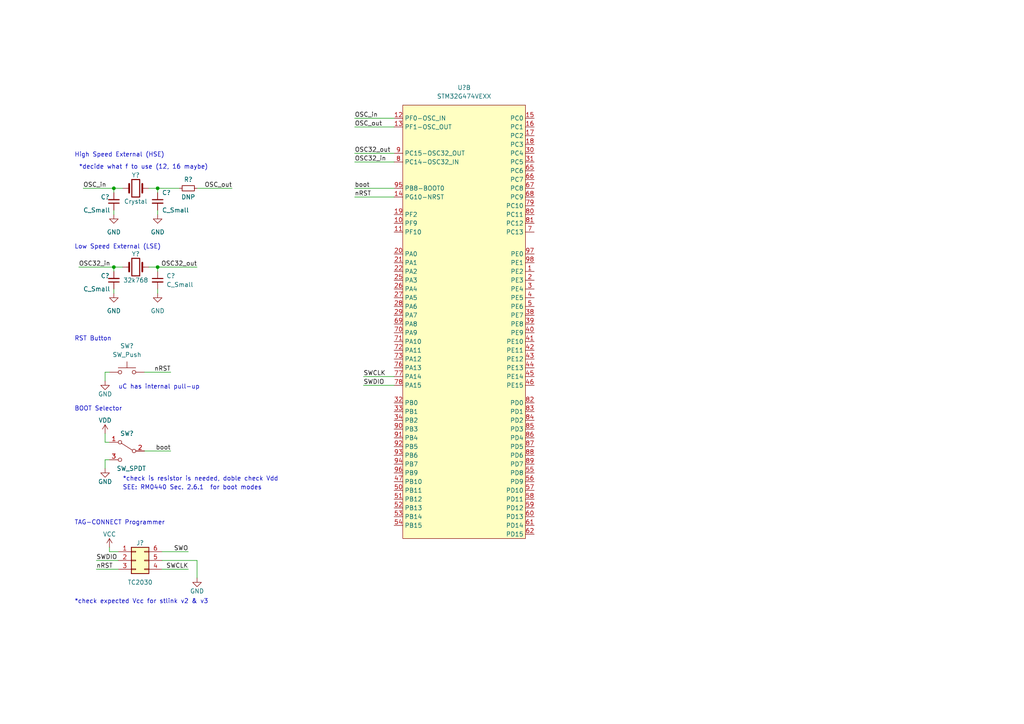
<source format=kicad_sch>
(kicad_sch (version 20211123) (generator eeschema)
  (paper "A4")
  (lib_symbols
    (symbol "Connector_Generic:Conn_02x03_Counter_Clockwise" (pin_names (offset 1.016) hide)
      (property "Reference" "J" (at 1.27 5.08 0))
      (property "Value" "Conn_02x03_Counter_Clockwise" (at 1.27 -5.08 0))
      (symbol "Conn_02x03_Counter_Clockwise_1_1"
        (rectangle (start -1.27 -2.413) (end 0 -2.667) (stroke (width 0.1524)))
        (rectangle (start -1.27 0.127) (end 0 -0.127) (stroke (width 0.1524)))
        (rectangle (start -1.27 2.667) (end 0 2.413) (stroke (width 0.1524)))
        (rectangle (start -1.27 3.81) (end 3.81 -3.81) (stroke (width 0.254)) (fill (type background)))
        (rectangle (start 3.81 -2.413) (end 2.54 -2.667) (stroke (width 0.1524)))
        (rectangle (start 3.81 0.127) (end 2.54 -0.127) (stroke (width 0.1524)))
        (rectangle (start 3.81 2.667) (end 2.54 2.413) (stroke (width 0.1524)))
        (pin passive line (at -5.08 2.54 0) (length 3.81) (name "Pin_1") (number "1"))
        (pin passive line (at -5.08 0 0) (length 3.81) (name "Pin_2") (number "2"))
        (pin passive line (at -5.08 -2.54 0) (length 3.81) (name "Pin_3") (number "3"))
        (pin passive line (at 7.62 -2.54 180) (length 3.81) (name "Pin_4") (number "4"))
        (pin passive line (at 7.62 0 180) (length 3.81) (name "Pin_5") (number "5"))
        (pin passive line (at 7.62 2.54 180) (length 3.81) (name "Pin_6") (number "6"))
      )
    )
    (symbol "Device:C_Small" (pin_numbers hide) (pin_names (offset 0.254) hide)
      (property "Reference" "C" (at 0.254 1.778 0))
      (property "Value" "C_Small" (at 0.254 -2.032 0))
      (symbol "C_Small_0_1"
        (polyline (pts (xy -1.524 -0.508) (xy 1.524 -0.508)) (stroke (width 0.3302)))
        (polyline (pts (xy -1.524 0.508) (xy 1.524 0.508)) (stroke (width 0.3048)))
      )
      (symbol "C_Small_1_1"
        (pin passive line (at 0 2.54 270) (length 2.032) (name "~") (number "1"))
        (pin passive line (at 0 -2.54 90) (length 2.032) (name "~") (number "2"))
      )
    )
    (symbol "Device:Crystal" (pin_numbers hide) (pin_names (offset 1.016) hide)
      (property "Reference" "Y" (at 0 3.81 0))
      (property "Value" "Crystal" (at 0 -3.81 0))
      (symbol "Crystal_0_1"
        (rectangle (start -1.143 2.54) (end 1.143 -2.54) (stroke (width 0.3048)))
        (polyline (pts (xy -2.54 0) (xy -1.905 0)))
        (polyline (pts (xy -1.905 -1.27) (xy -1.905 1.27)) (stroke (width 0.508)))
        (polyline (pts (xy 1.905 -1.27) (xy 1.905 1.27)) (stroke (width 0.508)))
        (polyline (pts (xy 2.54 0) (xy 1.905 0)))
      )
      (symbol "Crystal_1_1"
        (pin passive line (at -3.81 0 0) (length 1.27) (name "1") (number "1"))
        (pin passive line (at 3.81 0 180) (length 1.27) (name "2") (number "2"))
      )
    )
    (symbol "Device:R_Small" (pin_numbers hide) (pin_names (offset 0.254) hide)
      (property "Reference" "R" (at 0.762 0.508 0))
      (property "Value" "R_Small" (at 0.762 -1.016 0))
      (symbol "R_Small_0_1"
        (rectangle (start -0.762 1.778) (end 0.762 -1.778) (stroke (width 0.2032)))
      )
      (symbol "R_Small_1_1"
        (pin passive line (at 0 2.54 270) (length 0.762) (name "~") (number "1"))
        (pin passive line (at 0 -2.54 90) (length 0.762) (name "~") (number "2"))
      )
    )
    (symbol "Switch:SW_Push" (pin_numbers hide) (pin_names (offset 1.016) hide)
      (property "Reference" "SW" (at 1.27 2.54 0))
      (property "Value" "SW_Push" (at 0 -1.524 0))
      (symbol "SW_Push_0_1"
        (circle (center -2.032 0) (radius 0.508))
        (polyline (pts (xy 0 1.27) (xy 0 3.048)))
        (polyline (pts (xy 2.54 1.27) (xy -2.54 1.27)))
        (circle (center 2.032 0) (radius 0.508))
        (pin passive line (at -5.08 0 0) (length 2.54) (name "1") (number "1"))
        (pin passive line (at 5.08 0 180) (length 2.54) (name "2") (number "2"))
      )
    )
    (symbol "Switch:SW_SPDT" (pin_names (offset 0) hide)
      (property "Reference" "SW" (at 0 4.318 0))
      (property "Value" "SW_SPDT" (at 0 -5.08 0))
      (symbol "SW_SPDT_0_0"
        (circle (center -2.032 0) (radius 0.508))
        (circle (center 2.032 -2.54) (radius 0.508))
      )
      (symbol "SW_SPDT_0_1"
        (polyline (pts (xy -1.524 0.254) (xy 1.651 2.286)))
        (circle (center 2.032 2.54) (radius 0.508))
      )
      (symbol "SW_SPDT_1_1"
        (pin passive line (at 5.08 2.54 180) (length 2.54) (name "A") (number "1"))
        (pin passive line (at -5.08 0 0) (length 2.54) (name "B") (number "2"))
        (pin passive line (at 5.08 -2.54 180) (length 2.54) (name "C") (number "3"))
      )
    )
    (symbol "additional_lib:STM32G474VEXX"
      (property "Reference" "U" (at 0 64.77 0))
      (property "Value" "STM32G474VEXX" (at 0 -64.77 0))
      (symbol "STM32G474VEXX_1_1"
        (rectangle (start -6.35 15.24) (end 5.08 -13.97) (fill (type background)))
        (pin power_in line (at -8.89 -12.7 0) (length 2.54) (name "V_{DD}") (number "100"))
        (pin power_in line (at 7.62 -2.54 180) (length 2.54) (name "V_{SS}") (number "23"))
        (pin power_in line (at -8.89 -2.54 0) (length 2.54) (name "V_{DD}") (number "24"))
        (pin power_in line (at 7.62 13.97 180) (length 2.54) (name "V_{SSA}") (number "35"))
        (pin power_in line (at -8.89 8.89 0) (length 2.54) (name "V_{REF+}") (number "36"))
        (pin power_in line (at -8.89 13.97 0) (length 2.54) (name "V_{DDA}") (number "37"))
        (pin power_in line (at 7.62 -5.08 180) (length 2.54) (name "V_{SS}") (number "48"))
        (pin power_in line (at -8.89 -5.08 0) (length 2.54) (name "V_{DD}") (number "49"))
        (pin power_in line (at -8.89 2.54 0) (length 2.54) (name "V_{BAT}") (number "6"))
        (pin power_in line (at 7.62 -7.62 180) (length 2.54) (name "V_{SS}") (number "63"))
        (pin power_in line (at -8.89 -7.62 0) (length 2.54) (name "V_{DD}") (number "64"))
        (pin power_in line (at 7.62 -10.16 180) (length 2.54) (name "V_{SS}") (number "74"))
        (pin power_in line (at -8.89 -10.16 0) (length 2.54) (name "V_{DD}") (number "75"))
        (pin power_in line (at 7.62 -12.7 180) (length 2.54) (name "V_{SS}") (number "99"))
      )
      (symbol "STM32G474VEXX_2_1"
        (rectangle (start -17.78 63.5) (end 17.78 -62.23) (fill (type background)))
        (pin power_in line (at 20.32 15.24 180) (length 2.54) (name "PE2") (number "1"))
        (pin bidirectional line (at -20.32 29.21 0) (length 2.54) (name "PF9") (number "10"))
        (pin bidirectional line (at -20.32 26.67 0) (length 2.54) (name "PF10") (number "11"))
        (pin bidirectional line (at -20.32 59.69 0) (length 2.54) (name "PF0-OSC_IN") (number "12"))
        (pin bidirectional line (at -20.32 57.15 0) (length 2.54) (name "PF1-OSC_OUT") (number "13"))
        (pin bidirectional line (at -20.32 36.83 0) (length 2.54) (name "PG10-NRST") (number "14"))
        (pin power_in line (at 20.32 59.69 180) (length 2.54) (name "PC0") (number "15"))
        (pin power_in line (at 20.32 57.15 180) (length 2.54) (name "PC1") (number "16"))
        (pin power_in line (at 20.32 54.61 180) (length 2.54) (name "PC2") (number "17"))
        (pin power_in line (at 20.32 52.07 180) (length 2.54) (name "PC3") (number "18"))
        (pin bidirectional line (at -20.32 31.75 0) (length 2.54) (name "PF2") (number "19"))
        (pin power_in line (at 20.32 12.7 180) (length 2.54) (name "PE3") (number "2"))
        (pin power_in line (at -20.32 20.32 0) (length 2.54) (name "PA0") (number "20"))
        (pin bidirectional line (at -20.32 17.78 0) (length 2.54) (name "PA1") (number "21"))
        (pin bidirectional line (at -20.32 15.24 0) (length 2.54) (name "PA2") (number "22"))
        (pin bidirectional line (at -20.32 12.7 0) (length 2.54) (name "PA3") (number "25"))
        (pin bidirectional line (at -20.32 10.16 0) (length 2.54) (name "PA4") (number "26"))
        (pin bidirectional line (at -20.32 7.62 0) (length 2.54) (name "PA5") (number "27"))
        (pin bidirectional line (at -20.32 5.08 0) (length 2.54) (name "PA6") (number "28"))
        (pin bidirectional line (at -20.32 2.54 0) (length 2.54) (name "PA7") (number "29"))
        (pin power_in line (at 20.32 10.16 180) (length 2.54) (name "PE4") (number "3"))
        (pin power_in line (at 20.32 49.53 180) (length 2.54) (name "PC4") (number "30"))
        (pin power_in line (at 20.32 46.99 180) (length 2.54) (name "PC5") (number "31"))
        (pin bidirectional line (at -20.32 -22.86 0) (length 2.54) (name "PB0") (number "32"))
        (pin bidirectional line (at -20.32 -25.4 0) (length 2.54) (name "PB1") (number "33"))
        (pin bidirectional line (at -20.32 -27.94 0) (length 2.54) (name "PB2") (number "34"))
        (pin power_in line (at 20.32 2.54 180) (length 2.54) (name "PE7") (number "38"))
        (pin power_in line (at 20.32 0 180) (length 2.54) (name "PE8") (number "39"))
        (pin power_in line (at 20.32 7.62 180) (length 2.54) (name "PE5") (number "4"))
        (pin power_in line (at 20.32 -2.54 180) (length 2.54) (name "PE9") (number "40"))
        (pin power_in line (at 20.32 -5.08 180) (length 2.54) (name "PE10") (number "41"))
        (pin power_in line (at 20.32 -7.62 180) (length 2.54) (name "PE11") (number "42"))
        (pin power_in line (at 20.32 -10.16 180) (length 2.54) (name "PE12") (number "43"))
        (pin power_in line (at 20.3185 -12.7045 180) (length 2.54) (name "PE13") (number "44"))
        (pin power_in line (at 20.32 -15.24 180) (length 2.54) (name "PE14") (number "45"))
        (pin power_in line (at 20.32 -17.78 180) (length 2.54) (name "PE15") (number "46"))
        (pin bidirectional line (at -20.32 -45.72 0) (length 2.54) (name "PB10") (number "47"))
        (pin power_in line (at 20.32 5.08 180) (length 2.54) (name "PE6") (number "5"))
        (pin bidirectional line (at -20.32 -48.26 0) (length 2.54) (name "PB11") (number "50"))
        (pin bidirectional line (at -20.32 -50.8 0) (length 2.54) (name "PB12") (number "51"))
        (pin bidirectional line (at -20.32 -53.34 0) (length 2.54) (name "PB13") (number "52"))
        (pin bidirectional line (at -20.32 -55.88 0) (length 2.54) (name "PB14") (number "53"))
        (pin bidirectional line (at -20.32 -58.42 0) (length 2.54) (name "PB15") (number "54"))
        (pin bidirectional line (at 20.32 -43.18 180) (length 2.54) (name "PD8") (number "55"))
        (pin bidirectional line (at 20.32 -45.72 180) (length 2.54) (name "PD9") (number "56"))
        (pin bidirectional line (at 20.32 -48.26 180) (length 2.54) (name "PD10") (number "57"))
        (pin bidirectional line (at 20.32 -50.8 180) (length 2.54) (name "PD11") (number "58"))
        (pin bidirectional line (at 20.32 -53.34 180) (length 2.54) (name "PD12") (number "59"))
        (pin bidirectional line (at 20.32 -55.88 180) (length 2.54) (name "PD13") (number "60"))
        (pin bidirectional line (at 20.32 -58.42 180) (length 2.54) (name "PD14") (number "61"))
        (pin bidirectional line (at 20.32 -60.96 180) (length 2.54) (name "PD15") (number "62"))
        (pin power_in line (at 20.32 44.45 180) (length 2.54) (name "PC6") (number "65"))
        (pin power_in line (at 20.32 41.91 180) (length 2.54) (name "PC7") (number "66"))
        (pin power_in line (at 20.32 39.37 180) (length 2.54) (name "PC8") (number "67"))
        (pin power_in line (at 20.32 36.83 180) (length 2.54) (name "PC9") (number "68"))
        (pin bidirectional line (at -20.32 0 0) (length 2.54) (name "PA8") (number "69"))
        (pin power_in line (at 20.32 26.67 180) (length 2.54) (name "PC13") (number "7"))
        (pin bidirectional line (at -20.32 -2.54 0) (length 2.54) (name "PA9") (number "70"))
        (pin bidirectional line (at -20.32 -5.08 0) (length 2.54) (name "PA10") (number "71"))
        (pin bidirectional line (at -20.32 -7.62 0) (length 2.54) (name "PA11") (number "72"))
        (pin bidirectional line (at -20.32 -10.16 0) (length 2.54) (name "PA12") (number "73"))
        (pin bidirectional line (at -20.32 -12.7 0) (length 2.54) (name "PA13") (number "76"))
        (pin bidirectional line (at -20.32 -15.24 0) (length 2.54) (name "PA14") (number "77"))
        (pin bidirectional line (at -20.32 -17.78 0) (length 2.54) (name "PA15") (number "78"))
        (pin power_in line (at 20.32 34.29 180) (length 2.54) (name "PC10") (number "79"))
        (pin power_in line (at -20.32 46.99 0) (length 2.54) (name "PC14-OSC32_IN") (number "8"))
        (pin power_in line (at 20.32 31.75 180) (length 2.54) (name "PC11") (number "80"))
        (pin power_in line (at 20.32 29.21 180) (length 2.54) (name "PC12") (number "81"))
        (pin bidirectional line (at 20.32 -22.86 180) (length 2.54) (name "PD0") (number "82"))
        (pin bidirectional line (at 20.32 -25.4 180) (length 2.54) (name "PD1") (number "83"))
        (pin bidirectional line (at 20.32 -27.94 180) (length 2.54) (name "PD2") (number "84"))
        (pin bidirectional line (at 20.32 -30.48 180) (length 2.54) (name "PD3") (number "85"))
        (pin bidirectional line (at 20.32 -33.02 180) (length 2.54) (name "PD4") (number "86"))
        (pin bidirectional line (at 20.32 -35.56 180) (length 2.54) (name "PD5") (number "87"))
        (pin bidirectional line (at 20.32 -38.1 180) (length 2.54) (name "PD6") (number "88"))
        (pin bidirectional line (at 20.32 -40.64 180) (length 2.54) (name "PD7") (number "89"))
        (pin power_in line (at -20.32 49.53 0) (length 2.54) (name "PC15-OSC32_OUT") (number "9"))
        (pin bidirectional line (at -20.32 -30.48 0) (length 2.54) (name "PB3") (number "90"))
        (pin bidirectional line (at -20.32 -33.02 0) (length 2.54) (name "PB4") (number "91"))
        (pin bidirectional line (at -20.32 -35.56 0) (length 2.54) (name "PB5") (number "92"))
        (pin bidirectional line (at -20.32 -38.1 0) (length 2.54) (name "PB6") (number "93"))
        (pin bidirectional line (at -20.32 -40.64 0) (length 2.54) (name "PB7") (number "94"))
        (pin bidirectional line (at -20.32 39.37 0) (length 2.54) (name "PB8-BOOT0") (number "95"))
        (pin bidirectional line (at -20.32 -43.18 0) (length 2.54) (name "PB9") (number "96"))
        (pin power_in line (at 20.32 20.32 180) (length 2.54) (name "PE0") (number "97"))
        (pin power_in line (at 20.32 17.78 180) (length 2.54) (name "PE1") (number "98"))
      )
    )
    (symbol "power:GND" (power) (pin_names (offset 0))
      (property "Value" "GND" (at 0 -3.81 0))
      (symbol "GND_0_1"
        (polyline (pts (xy 0 0) (xy 0 -1.27) (xy 1.27 -1.27) (xy 0 -2.54) (xy -1.27 -1.27) (xy 0 -1.27)))
      )
      (symbol "GND_1_1"
        (pin power_in line (at 0 0 270) (length 0) hide (name "GND") (number "1"))
      )
    )
    (symbol "power:VCC" (power) (pin_names (offset 0))
      (property "Value" "VCC" (at 0 3.81 0))
      (symbol "VCC_0_1"
        (polyline (pts (xy -0.762 1.27) (xy 0 2.54)))
        (polyline (pts (xy 0 0) (xy 0 2.54)))
        (polyline (pts (xy 0 2.54) (xy 0.762 1.27)))
      )
      (symbol "VCC_1_1"
        (pin power_in line (at 0 0 90) (length 0) hide (name "VCC") (number "1"))
      )
    )
    (symbol "power:VDD" (power) (pin_names (offset 0))
      (property "Value" "VDD" (at 0 3.81 0))
      (symbol "VDD_0_1"
        (polyline (pts (xy -0.762 1.27) (xy 0 2.54)))
        (polyline (pts (xy 0 0) (xy 0 2.54)))
        (polyline (pts (xy 0 2.54) (xy 0.762 1.27)))
      )
      (symbol "VDD_1_1"
        (pin power_in line (at 0 0 90) (length 0) hide (name "VDD") (number "1"))
      )
    )
  )
  (junction (at 33.02 54.61))
  (junction (at 45.72 77.47))
  (junction (at 45.72 54.61))
  (junction (at 33.02 77.47))
  (wire (pts (xy 102.87 46.99) (xy 114.3 46.99)))
  (wire (pts (xy 31.75 133.35) (xy 30.48 133.35)))
  (wire (pts (xy 45.72 77.47) (xy 45.72 78.74)))
  (wire (pts (xy 30.48 133.35) (xy 30.48 135.89)))
  (wire (pts (xy 24.13 54.61) (xy 33.02 54.61)))
  (wire (pts (xy 41.91 107.95) (xy 49.53 107.95)))
  (wire (pts (xy 105.41 109.22) (xy 114.3 109.22)))
  (wire (pts (xy 102.87 54.61) (xy 114.3 54.61)))
  (wire (pts (xy 30.48 128.27) (xy 31.75 128.27)))
  (wire (pts (xy 33.02 78.74) (xy 33.02 77.47)))
  (wire (pts (xy 41.91 130.81) (xy 49.53 130.81)))
  (wire (pts (xy 33.02 55.88) (xy 33.02 54.61)))
  (wire (pts (xy 27.94 165.1) (xy 34.29 165.1)))
  (wire (pts (xy 102.87 44.45) (xy 114.3 44.45)))
  (wire (pts (xy 102.87 57.15) (xy 114.3 57.15)))
  (wire (pts (xy 34.29 160.02) (xy 31.75 160.02)))
  (wire (pts (xy 30.48 110.49) (xy 30.48 107.95)))
  (wire (pts (xy 30.48 107.95) (xy 31.75 107.95)))
  (wire (pts (xy 45.72 83.82) (xy 45.72 85.09)))
  (wire (pts (xy 33.02 54.61) (xy 35.56 54.61)))
  (wire (pts (xy 102.87 34.29) (xy 114.3 34.29)))
  (wire (pts (xy 33.02 83.82) (xy 33.02 85.09)))
  (wire (pts (xy 46.99 165.1) (xy 54.61 165.1)))
  (wire (pts (xy 57.15 54.61) (xy 67.31 54.61)))
  (wire (pts (xy 31.75 160.02) (xy 31.75 158.75)))
  (wire (pts (xy 45.72 60.96) (xy 45.72 62.23)))
  (wire (pts (xy 57.15 162.56) (xy 57.15 167.64)))
  (wire (pts (xy 33.02 60.96) (xy 33.02 62.23)))
  (wire (pts (xy 43.18 77.47) (xy 45.72 77.47)))
  (wire (pts (xy 27.94 162.56) (xy 34.29 162.56)))
  (wire (pts (xy 33.02 77.47) (xy 35.56 77.47)))
  (wire (pts (xy 22.86 77.47) (xy 33.02 77.47)))
  (wire (pts (xy 45.72 54.61) (xy 52.07 54.61)))
  (wire (pts (xy 30.48 125.73) (xy 30.48 128.27)))
  (wire (pts (xy 43.18 54.61) (xy 45.72 54.61)))
  (wire (pts (xy 105.41 111.76) (xy 114.3 111.76)))
  (wire (pts (xy 46.99 160.02) (xy 54.61 160.02)))
  (wire (pts (xy 46.99 162.56) (xy 57.15 162.56)))
  (wire (pts (xy 45.72 54.61) (xy 45.72 55.88)))
  (wire (pts (xy 45.72 77.47) (xy 57.15 77.47)))
  (wire (pts (xy 102.87 36.83) (xy 114.3 36.83)))
  (text "TAG-CONNECT Programmer" (at 21.59 152.4 0) (effects (font (size 1.27 1.27)) (justify left bottom)))
  (text "High Speed External (HSE)" (at 21.59 45.72 0) (effects (font (size 1.27 1.27)) (justify left bottom)))
  (text "Low Speed External (LSE)" (at 21.59 72.39 0) (effects (font (size 1.27 1.27)) (justify left bottom)))
  (text "uC has internal pull-up\n" (at 34.29 113.03 0) (effects (font (size 1.27 1.27)) (justify left bottom)))
  (text "*decide what f to use (12, 16 maybe)\n\n\n" (at 22.86 53.34 0) (effects (font (size 1.27 1.27)) (justify left bottom)))
  (text "BOOT Selector" (at 21.59 119.38 0) (effects (font (size 1.27 1.27)) (justify left bottom)))
  (text "SEE: RM0440 Sec. 2.6.1  for boot modes" (at 35.56 142.24 0) (effects (font (size 1.27 1.27)) (justify left bottom)))
  (text "*check is resistor is needed, doble check Vdd" (at 35.56 139.7 0) (effects (font (size 1.27 1.27)) (justify left bottom)))
  (text "RST Button" (at 21.59 99.06 0) (effects (font (size 1.27 1.27)) (justify left bottom)))
  (text "*check expected Vcc for stlink v2 & v3" (at 21.59 175.26 0) (effects (font (size 1.27 1.27)) (justify left bottom)))
  (label "nRST" (at 27.94 165.1 0))
  (label "nRST" (at 102.87 57.15 0))
  (label "SWDIO" (at 27.94 162.56 0))
  (label "nRST" (at 49.53 107.95 180))
  (label "OSC_in" (at 102.87 34.29 0))
  (label "OSC32_out" (at 57.15 77.47 180))
  (label "OSC32_in" (at 102.87 46.99 0))
  (label "boot" (at 49.53 130.81 180))
  (label "SWO" (at 54.61 160.02 180))
  (label "SWCLK" (at 54.61 165.1 180))
  (label "SWDIO" (at 105.41 111.76 0))
  (label "OSC32_out" (at 102.87 44.45 0))
  (label "OSC_out" (at 102.87 36.83 0))
  (label "OSC_out" (at 67.31 54.61 180))
  (label "OSC_in" (at 24.13 54.61 0))
  (label "SWCLK" (at 105.41 109.22 0))
  (label "boot" (at 102.87 54.61 0))
  (label "OSC32_in" (at 22.86 77.47 0))
  (symbol (lib_id "Device:C_Small") (at 45.72 81.28 0) (unit 1)
    (property "Reference" "C?" (at 48.26 80.0162 0) (effects (justify left)))
    (property "Value" "C_Small" (at 48.26 82.5562 0) (effects (justify left)))
  )
  (symbol (lib_id "power:GND") (at 30.48 135.89 0) (unit 1)
    (property "Reference" "#PWR?" (effects hide))
    (property "Value" "GND" (at 30.48 139.7 0))
  )
  (symbol (lib_id "power:VDD") (at 30.48 125.73 0) (unit 1)
    (property "Reference" "#PWR?" (effects hide))
    (property "Value" "VDD" (at 30.48 121.92 0))
  )
  (symbol (lib_id "Switch:SW_Push") (at 36.83 107.95 0) (unit 1)
    (property "Reference" "SW?" (at 36.83 100.33 0))
    (property "Value" "SW_Push" (at 36.83 102.87 0))
  )
  (symbol (lib_id "power:GND") (at 33.02 85.09 0) (unit 1)
    (property "Reference" "#PWR?" (effects hide))
    (property "Value" "GND" (at 33.02 90.17 0))
  )
  (symbol (lib_id "Device:C_Small") (at 33.02 81.28 180) (unit 1)
    (property "Reference" "C?" (at 29.21 80.01 0) (effects (justify right)))
    (property "Value" "C_Small" (at 24.13 83.82 0) (effects (justify right)))
  )
  (symbol (lib_id "Device:R_Small") (at 54.61 54.61 90) (unit 1) (in_bom no) (on_board no)
    (property "Reference" "R?" (at 54.61 52.07 90))
    (property "Value" "DNP" (at 54.61 57.15 90))
  )
  (symbol (lib_id "Device:Crystal") (at 39.37 54.61 0) (unit 1)
    (property "Reference" "Y?" (at 39.37 50.8 0))
    (property "Value" "Crystal" (at 39.37 58.42 0))
  )
  (symbol (lib_id "Device:C_Small") (at 45.72 58.42 0) (unit 1)
    (property "Reference" "C?" (at 46.99 55.88 0) (effects (justify left)))
    (property "Value" "C_Small" (at 46.99 60.96 0) (effects (justify left)))
  )
  (symbol (lib_id "Switch:SW_SPDT") (at 36.83 130.81 0) (mirror y) (unit 1)
    (property "Reference" "SW?" (at 36.83 125.73 0))
    (property "Value" "SW_SPDT" (at 38.1 135.89 0))
  )
  (symbol (lib_id "power:GND") (at 33.02 62.23 0) (unit 1)
    (property "Reference" "#PWR?" (effects hide))
    (property "Value" "GND" (at 33.02 67.31 0))
  )
  (symbol (lib_id "power:VCC") (at 31.75 158.75 0) (unit 1)
    (property "Reference" "#PWR?" (effects hide))
    (property "Value" "VCC" (at 31.75 154.94 0))
  )
  (symbol (lib_id "power:GND") (at 57.15 167.64 0) (unit 1)
    (property "Reference" "#PWR?" (effects hide))
    (property "Value" "GND" (at 57.15 171.45 0))
  )
  (symbol (lib_id "power:GND") (at 45.72 85.09 0) (unit 1)
    (property "Reference" "#PWR?" (effects hide))
    (property "Value" "GND" (at 45.72 90.17 0))
  )
  (symbol (lib_id "Device:Crystal") (at 39.37 77.47 0) (unit 1)
    (property "Reference" "Y?" (at 39.37 73.66 0))
    (property "Value" "32k768" (at 39.37 81.28 0))
  )
  (symbol (lib_id "Device:C_Small") (at 33.02 58.42 180) (unit 1)
    (property "Reference" "C?" (at 29.21 57.15 0) (effects (justify right)))
    (property "Value" "C_Small" (at 24.13 60.96 0) (effects (justify right)))
  )
  (symbol (lib_id "power:GND") (at 45.72 62.23 0) (unit 1)
    (property "Reference" "#PWR?" (effects hide))
    (property "Value" "GND" (at 45.72 67.31 0))
  )
  (symbol (lib_id "Connector_Generic:Conn_02x03_Counter_Clockwise") (at 39.37 162.56 0) (unit 1)
    (property "Reference" "J?" (at 40.64 157.48 0))
    (property "Value" "TC2030" (at 40.64 168.91 0))
  )
  (symbol (lib_id "power:GND") (at 30.48 110.49 0) (unit 1)
    (property "Reference" "#PWR?" (effects hide))
    (property "Value" "GND" (at 30.48 114.3 0))
  )
  (symbol (lib_id "additional_lib:STM32G474VEXX") (at 134.62 93.98 0) (unit 2)
    (property "Reference" "U?" (at 134.62 25.4 0))
    (property "Value" "STM32G474VEXX" (at 134.62 27.94 0))
  )
)
</source>
